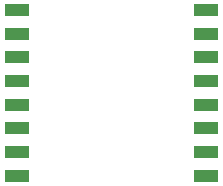
<source format=gbp>
G04 MADE WITH FRITZING*
G04 WWW.FRITZING.ORG*
G04 DOUBLE SIDED*
G04 HOLES PLATED*
G04 CONTOUR ON CENTER OF CONTOUR VECTOR*
%ASAXBY*%
%FSLAX23Y23*%
%MOIN*%
%OFA0B0*%
%SFA1.0B1.0*%
%ADD10R,0.078740X0.039370*%
%LNPASTEMASK0*%
G90*
G70*
G54D10*
X694Y40D03*
X694Y119D03*
X694Y198D03*
X694Y276D03*
X694Y355D03*
X694Y434D03*
X694Y513D03*
X694Y591D03*
X64Y40D03*
X64Y119D03*
X64Y198D03*
X64Y276D03*
X64Y355D03*
X64Y434D03*
X64Y513D03*
X64Y591D03*
G04 End of PasteMask0*
M02*
</source>
